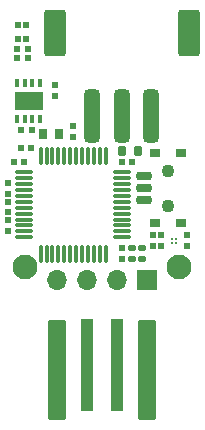
<source format=gbr>
%TF.GenerationSoftware,KiCad,Pcbnew,(5.99.0-7706-gdc1c80beb8)*%
%TF.CreationDate,2020-12-31T13:50:12+03:00*%
%TF.ProjectId,USBtoCANFD,55534274-6f43-4414-9e46-442e6b696361,rev?*%
%TF.SameCoordinates,Original*%
%TF.FileFunction,Soldermask,Top*%
%TF.FilePolarity,Negative*%
%FSLAX46Y46*%
G04 Gerber Fmt 4.6, Leading zero omitted, Abs format (unit mm)*
G04 Created by KiCad (PCBNEW (5.99.0-7706-gdc1c80beb8)) date 2020-12-31 13:50:12*
%MOMM*%
%LPD*%
G01*
G04 APERTURE LIST*
G04 Aperture macros list*
%AMRoundRect*
0 Rectangle with rounded corners*
0 $1 Rounding radius*
0 $2 $3 $4 $5 $6 $7 $8 $9 X,Y pos of 4 corners*
0 Add a 4 corners polygon primitive as box body*
4,1,4,$2,$3,$4,$5,$6,$7,$8,$9,$2,$3,0*
0 Add four circle primitives for the rounded corners*
1,1,$1+$1,$2,$3,0*
1,1,$1+$1,$4,$5,0*
1,1,$1+$1,$6,$7,0*
1,1,$1+$1,$8,$9,0*
0 Add four rect primitives between the rounded corners*
20,1,$1+$1,$2,$3,$4,$5,0*
20,1,$1+$1,$4,$5,$6,$7,0*
20,1,$1+$1,$6,$7,$8,$9,0*
20,1,$1+$1,$8,$9,$2,$3,0*%
G04 Aperture macros list end*
%ADD10RoundRect,0.057500X-0.272500X0.172500X-0.272500X-0.172500X0.272500X-0.172500X0.272500X0.172500X0*%
%ADD11RoundRect,0.057500X0.222500X-0.172500X0.222500X0.172500X-0.222500X0.172500X-0.222500X-0.172500X0*%
%ADD12RoundRect,0.325000X0.325000X1.925000X-0.325000X1.925000X-0.325000X-1.925000X0.325000X-1.925000X0*%
%ADD13RoundRect,0.199800X0.700200X1.750200X-0.700200X1.750200X-0.700200X-1.750200X0.700200X-1.750200X0*%
%ADD14RoundRect,0.075000X-0.662500X-0.075000X0.662500X-0.075000X0.662500X0.075000X-0.662500X0.075000X0*%
%ADD15RoundRect,0.075000X-0.075000X-0.662500X0.075000X-0.662500X0.075000X0.662500X-0.075000X0.662500X0*%
%ADD16RoundRect,0.061000X0.244000X0.369000X-0.244000X0.369000X-0.244000X-0.369000X0.244000X-0.369000X0*%
%ADD17RoundRect,0.057500X-0.222500X0.172500X-0.222500X-0.172500X0.222500X-0.172500X0.222500X0.172500X0*%
%ADD18RoundRect,0.046000X0.234000X-0.184000X0.234000X0.184000X-0.234000X0.184000X-0.234000X-0.184000X0*%
%ADD19RoundRect,0.030000X-0.275000X-0.400000X0.275000X-0.400000X0.275000X0.400000X-0.275000X0.400000X0*%
%ADD20RoundRect,0.057500X0.172500X0.222500X-0.172500X0.222500X-0.172500X-0.222500X0.172500X-0.222500X0*%
%ADD21RoundRect,0.057500X-0.172500X-0.222500X0.172500X-0.222500X0.172500X0.222500X-0.172500X0.222500X0*%
%ADD22C,1.100000*%
%ADD23RoundRect,0.200200X0.449800X-0.149800X0.449800X0.149800X-0.449800X0.149800X-0.449800X-0.149800X0*%
%ADD24RoundRect,0.200250X0.249750X-0.174750X0.249750X0.174750X-0.249750X0.174750X-0.249750X-0.174750X0*%
%ADD25RoundRect,0.046000X-0.184000X-0.234000X0.184000X-0.234000X0.184000X0.234000X-0.184000X0.234000X0*%
%ADD26RoundRect,0.046000X0.184000X0.234000X-0.184000X0.234000X-0.184000X-0.234000X0.184000X-0.234000X0*%
%ADD27R,0.350000X0.650000*%
%ADD28R,2.400000X1.550000*%
%ADD29RoundRect,0.046000X-0.234000X0.184000X-0.234000X-0.184000X0.234000X-0.184000X0.234000X0.184000X0*%
%ADD30RoundRect,0.070500X0.164500X-0.214500X0.164500X0.214500X-0.164500X0.214500X-0.164500X-0.214500X0*%
%ADD31C,0.200000*%
%ADD32C,2.100000*%
%ADD33RoundRect,0.100500X0.649500X-4.149500X0.649500X4.149500X-0.649500X4.149500X-0.649500X-4.149500X0*%
%ADD34RoundRect,0.100100X0.449900X-3.774900X0.449900X3.774900X-0.449900X3.774900X-0.449900X-3.774900X0*%
%ADD35R,1.700000X1.700000*%
%ADD36O,1.700000X1.700000*%
G04 APERTURE END LIST*
D10*
%TO.C,D1*%
X153425000Y-84850000D03*
X153425000Y-85750000D03*
%TD*%
D11*
%TO.C,C3*%
X154324999Y-84700000D03*
X154324999Y-83800000D03*
%TD*%
%TO.C,C1*%
X157225000Y-84700000D03*
X157225000Y-83800000D03*
%TD*%
D12*
%TO.C,J2*%
X154200000Y-73650000D03*
X151700000Y-73650000D03*
X149200000Y-73650000D03*
D13*
X157400000Y-66650000D03*
X146000000Y-66650000D03*
%TD*%
D14*
%TO.C,U3*%
X143412500Y-78450000D03*
X143412500Y-78950000D03*
X143412500Y-79450000D03*
X143412500Y-79950000D03*
X143412500Y-80450000D03*
X143412500Y-80950000D03*
X143412500Y-81450000D03*
X143412500Y-81950000D03*
X143412500Y-82450000D03*
X143412500Y-82950000D03*
X143412500Y-83450000D03*
X143412500Y-83950000D03*
D15*
X144825000Y-85362500D03*
X145325000Y-85362500D03*
X145825000Y-85362500D03*
X146325000Y-85362500D03*
X146825000Y-85362500D03*
X147325000Y-85362500D03*
X147825000Y-85362500D03*
X148325000Y-85362500D03*
X148825000Y-85362500D03*
X149325000Y-85362500D03*
X149825000Y-85362500D03*
X150325000Y-85362500D03*
D14*
X151737500Y-83950000D03*
X151737500Y-83450000D03*
X151737500Y-82950000D03*
X151737500Y-82450000D03*
X151737500Y-81950000D03*
X151737500Y-81450000D03*
X151737500Y-80950000D03*
X151737500Y-80450000D03*
X151737500Y-79950000D03*
X151737500Y-79450000D03*
X151737500Y-78950000D03*
X151737500Y-78450000D03*
D15*
X150325000Y-77037500D03*
X149825000Y-77037500D03*
X149325000Y-77037500D03*
X148825000Y-77037500D03*
X148325000Y-77037500D03*
X147825000Y-77037500D03*
X147325000Y-77037500D03*
X146825000Y-77037500D03*
X146325000Y-77037500D03*
X145825000Y-77037500D03*
X145325000Y-77037500D03*
X144825000Y-77037500D03*
%TD*%
D16*
%TO.C,R1*%
X153050000Y-76650000D03*
X151700000Y-76650000D03*
%TD*%
D17*
%TO.C,C6*%
X142075000Y-82525000D03*
X142075000Y-83425000D03*
%TD*%
D18*
%TO.C,R5*%
X147525000Y-75425000D03*
X147525000Y-74525000D03*
%TD*%
D19*
%TO.C,FB1*%
X145025000Y-75225000D03*
X146375000Y-75225000D03*
%TD*%
D20*
%TO.C,C9*%
X144025000Y-76400000D03*
X143125000Y-76400000D03*
%TD*%
D21*
%TO.C,C8*%
X151700000Y-77600000D03*
X152600000Y-77600000D03*
%TD*%
D22*
%TO.C,SW1*%
X155625000Y-78300000D03*
X155625000Y-81300000D03*
D23*
X153575000Y-78800000D03*
X153575000Y-79800000D03*
X153575000Y-80800000D03*
D24*
X156725000Y-76825000D03*
X154525000Y-76825000D03*
X154525000Y-82775000D03*
X156725000Y-82775000D03*
%TD*%
D25*
%TO.C,R3*%
X142825000Y-67975000D03*
X143725000Y-67975000D03*
%TD*%
D11*
%TO.C,C2*%
X155025000Y-84700000D03*
X155025000Y-83800000D03*
%TD*%
D26*
%TO.C,R2*%
X143725000Y-68775000D03*
X142825000Y-68775000D03*
%TD*%
D17*
%TO.C,C5*%
X146000000Y-71050000D03*
X146000000Y-71950000D03*
%TD*%
D27*
%TO.C,U2*%
X142825000Y-73950000D03*
X143475000Y-73950000D03*
X144125000Y-73950000D03*
X144775000Y-73950000D03*
X144775000Y-70850000D03*
X144125000Y-70850000D03*
X143475000Y-70850000D03*
X142825000Y-70850000D03*
D28*
X143800000Y-72400000D03*
%TD*%
D11*
%TO.C,C7*%
X151675000Y-85750000D03*
X151675000Y-84850000D03*
%TD*%
D20*
%TO.C,C10*%
X143425000Y-77600000D03*
X142525000Y-77600000D03*
%TD*%
D29*
%TO.C,R4*%
X142075001Y-79375000D03*
X142075001Y-80275000D03*
%TD*%
D30*
%TO.C,D3*%
X143625000Y-65975000D03*
X143625000Y-67175000D03*
X142925000Y-65975000D03*
X142925000Y-67175000D03*
%TD*%
D31*
%TO.C,U1*%
X156300000Y-84425000D03*
X155950000Y-84425000D03*
X156300000Y-84075000D03*
X155950000Y-84075000D03*
%TD*%
D32*
%TO.C,H1*%
X143500000Y-86500000D03*
%TD*%
D17*
%TO.C,C11*%
X142075000Y-80950000D03*
X142075000Y-81850000D03*
%TD*%
D20*
%TO.C,C4*%
X144075000Y-74875000D03*
X143175000Y-74875000D03*
%TD*%
D33*
%TO.C,J1*%
X153810000Y-95150000D03*
D34*
X151270000Y-94775000D03*
X148730000Y-94775000D03*
D33*
X146190000Y-95150000D03*
%TD*%
D10*
%TO.C,D2*%
X152525000Y-84850000D03*
X152525000Y-85750000D03*
%TD*%
D32*
%TO.C,H2*%
X156500000Y-86500000D03*
%TD*%
D35*
%TO.C,J4*%
X153810000Y-87600000D03*
D36*
X151270000Y-87600000D03*
X148730000Y-87600000D03*
X146190000Y-87600000D03*
%TD*%
M02*

</source>
